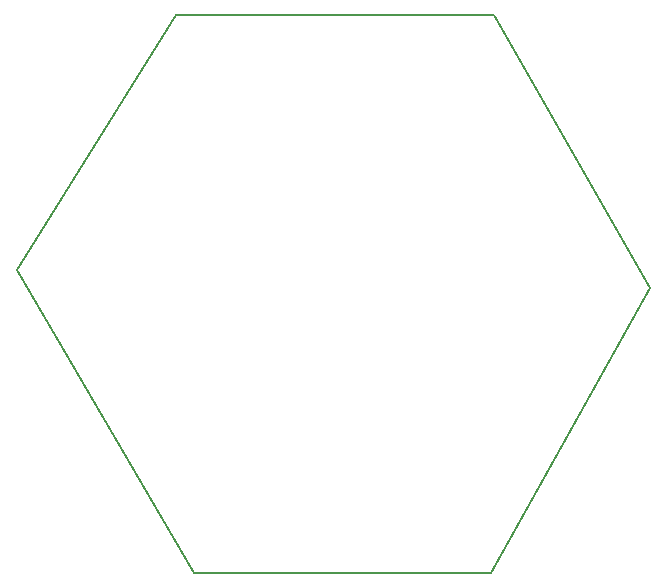
<source format=gbr>
G04 #@! TF.FileFunction,Profile,NP*
%FSLAX46Y46*%
G04 Gerber Fmt 4.6, Leading zero omitted, Abs format (unit mm)*
G04 Created by KiCad (PCBNEW 4.0.7-e2-6376~58~ubuntu14.04.1) date Fri Apr 12 08:44:57 2019*
%MOMM*%
%LPD*%
G01*
G04 APERTURE LIST*
%ADD10C,0.100000*%
%ADD11C,0.150000*%
G04 APERTURE END LIST*
D10*
D11*
X216408000Y-104648000D02*
X203200000Y-81534000D01*
X203200000Y-81534000D02*
X176276000Y-81534000D01*
X176276000Y-81534000D02*
X162814000Y-103124000D01*
X162814000Y-103124000D02*
X177800000Y-128778000D01*
X177800000Y-128778000D02*
X202946000Y-128778000D01*
X202946000Y-128778000D02*
X216408000Y-104648000D01*
M02*

</source>
